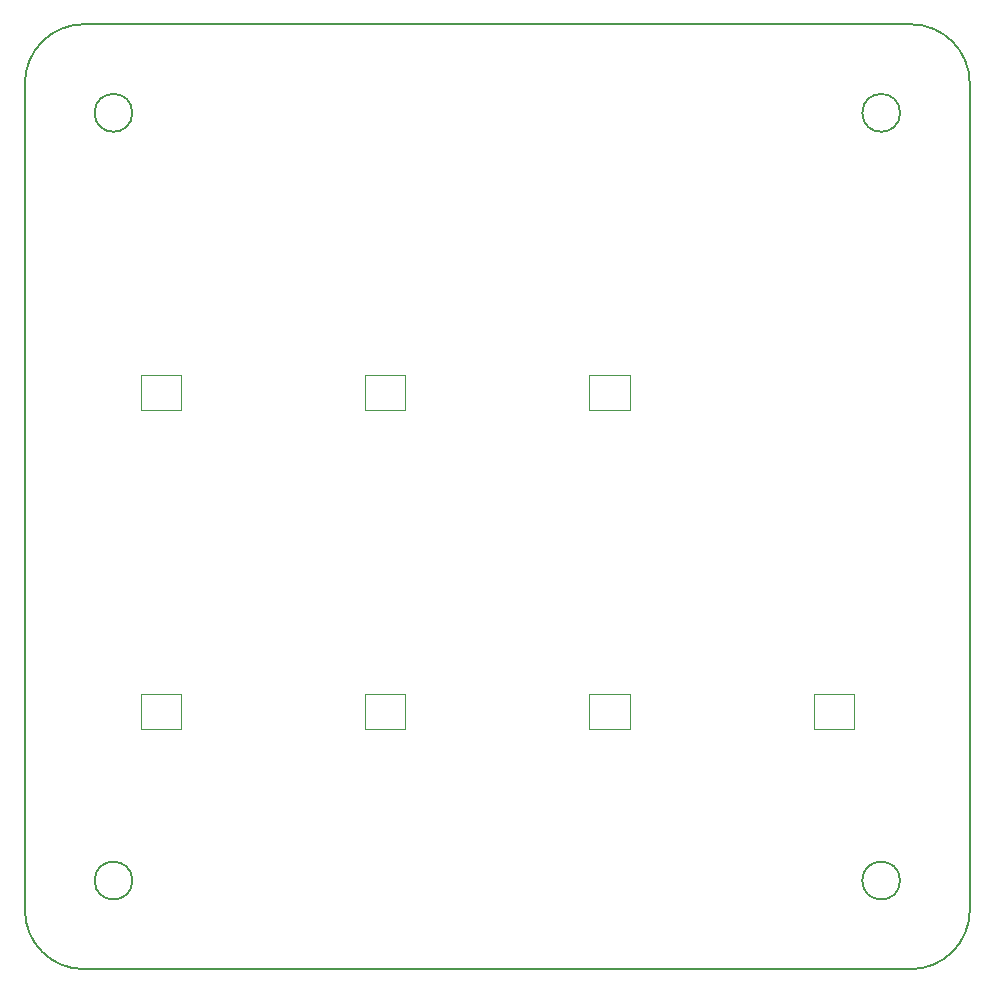
<source format=gbr>
%TF.GenerationSoftware,KiCad,Pcbnew,(5.1.10)-1*%
%TF.CreationDate,2021-12-06T23:58:13+09:00*%
%TF.ProjectId,MACRO-PAD-v0.1,4d414352-4f2d-4504-9144-2d76302e312e,rev?*%
%TF.SameCoordinates,Original*%
%TF.FileFunction,Profile,NP*%
%FSLAX46Y46*%
G04 Gerber Fmt 4.6, Leading zero omitted, Abs format (unit mm)*
G04 Created by KiCad (PCBNEW (5.1.10)-1) date 2021-12-06 23:58:13*
%MOMM*%
%LPD*%
G01*
G04 APERTURE LIST*
%TA.AperFunction,Profile*%
%ADD10C,0.200000*%
%TD*%
%TA.AperFunction,Profile*%
%ADD11C,0.120000*%
%TD*%
G04 APERTURE END LIST*
D10*
X56297000Y-142103000D02*
G75*
G03*
X56297000Y-142103000I-1600000J0D01*
G01*
X121297000Y-77103000D02*
G75*
G03*
X121297000Y-77103000I-1600000J0D01*
G01*
X122200000Y-149603000D02*
X52194000Y-149603000D01*
X122200000Y-69603000D02*
G75*
G02*
X127197000Y-74600000I0J-4997000D01*
G01*
X127197000Y-144606000D02*
G75*
G02*
X122200000Y-149603000I-4997000J0D01*
G01*
X52194000Y-149603000D02*
G75*
G02*
X47197000Y-144606000I0J4997000D01*
G01*
X47197000Y-74600000D02*
G75*
G02*
X52194000Y-69603000I4997000J0D01*
G01*
X127197000Y-74600000D02*
X127197000Y-144606000D01*
X121297000Y-142103000D02*
G75*
G03*
X121297000Y-142103000I-1600000J0D01*
G01*
X52194000Y-69603000D02*
X122200000Y-69603000D01*
X47197000Y-144606000D02*
X47197000Y-74600000D01*
X56297000Y-77103000D02*
G75*
G03*
X56297000Y-77103000I-1600000J0D01*
G01*
D11*
%TO.C,U7*%
X113997000Y-129303000D02*
X117397000Y-129303000D01*
X117397000Y-129303000D02*
X117397000Y-126303000D01*
X113997000Y-126303000D02*
X117397000Y-126303000D01*
X113997000Y-129303000D02*
X113997000Y-126303000D01*
%TO.C,U6*%
X94997000Y-129303000D02*
X98397000Y-129303000D01*
X98397000Y-129303000D02*
X98397000Y-126303000D01*
X94997000Y-126303000D02*
X98397000Y-126303000D01*
X94997000Y-129303000D02*
X94997000Y-126303000D01*
%TO.C,U5*%
X75997000Y-129303000D02*
X79397000Y-129303000D01*
X79397000Y-129303000D02*
X79397000Y-126303000D01*
X75997000Y-126303000D02*
X79397000Y-126303000D01*
X75997000Y-129303000D02*
X75997000Y-126303000D01*
%TO.C,U4*%
X56997000Y-129303000D02*
X60397000Y-129303000D01*
X60397000Y-129303000D02*
X60397000Y-126303000D01*
X56997000Y-126303000D02*
X60397000Y-126303000D01*
X56997000Y-129303000D02*
X56997000Y-126303000D01*
%TO.C,U3*%
X94997000Y-102303000D02*
X98397000Y-102303000D01*
X98397000Y-102303000D02*
X98397000Y-99303000D01*
X94997000Y-99303000D02*
X98397000Y-99303000D01*
X94997000Y-102303000D02*
X94997000Y-99303000D01*
%TO.C,U2*%
X75997000Y-102303000D02*
X79397000Y-102303000D01*
X79397000Y-102303000D02*
X79397000Y-99303000D01*
X75997000Y-99303000D02*
X79397000Y-99303000D01*
X75997000Y-102303000D02*
X75997000Y-99303000D01*
%TO.C,U1*%
X56997000Y-102303000D02*
X60397000Y-102303000D01*
X60397000Y-102303000D02*
X60397000Y-99303000D01*
X56997000Y-99303000D02*
X60397000Y-99303000D01*
X56997000Y-102303000D02*
X56997000Y-99303000D01*
%TD*%
M02*

</source>
